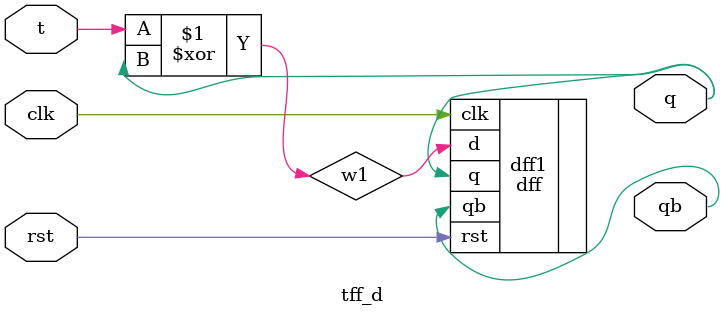
<source format=v>
`timescale 1ns / 1ps
module tff_d(input clk,rst,t, output q,qb);
wire w1;
dff dff1(.d(w1),.clk(clk),.rst(rst),.q(q),.qb(qb));
xor x1( w1,t,q);

endmodule

</source>
